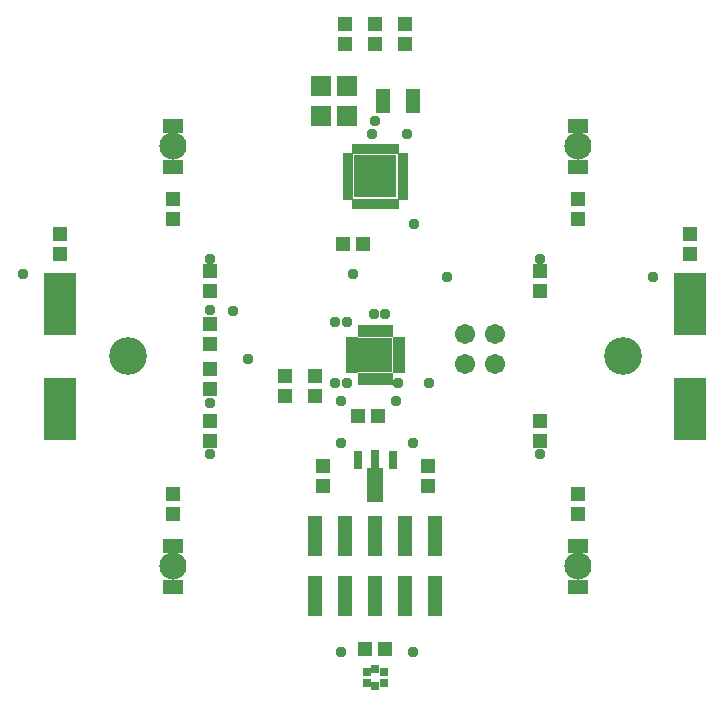
<source format=gbr>
G04 EAGLE Gerber X2 export*
%TF.Part,Single*%
%TF.FileFunction,Soldermask,Top,1*%
%TF.FilePolarity,Negative*%
%TF.GenerationSoftware,Autodesk,EAGLE,9.0.1*%
%TF.CreationDate,2018-05-23T18:29:57Z*%
G75*
%MOMM*%
%FSLAX34Y34*%
%LPD*%
%AMOC8*
5,1,8,0,0,1.08239X$1,22.5*%
G01*
%ADD10R,1.219200X3.505200*%
%ADD11R,0.683200X1.603200*%
%ADD12R,0.683200X1.728200*%
%ADD13R,1.403200X2.928200*%
%ADD14R,1.203200X1.303200*%
%ADD15C,3.203200*%
%ADD16R,1.303200X2.103200*%
%ADD17R,2.743200X5.283200*%
%ADD18R,1.303200X1.203200*%
%ADD19R,1.803200X1.303200*%
%ADD20C,2.303200*%
%ADD21R,0.653200X0.703200*%
%ADD22R,0.703200X0.653200*%
%ADD23R,0.508000X0.812800*%
%ADD24R,0.812800X0.508000*%
%ADD25R,3.657600X3.657600*%
%ADD26R,1.003200X0.503200*%
%ADD27R,0.503200X1.003200*%
%ADD28R,2.953200X2.953200*%
%ADD29R,1.703200X1.803200*%
%ADD30C,0.959600*%
%ADD31C,1.703200*%

G36*
X338273Y521977D02*
X338273Y521977D01*
X338275Y521976D01*
X338318Y521996D01*
X338362Y522014D01*
X338362Y522016D01*
X338364Y522017D01*
X338397Y522102D01*
X338397Y528198D01*
X338396Y528200D01*
X338397Y528202D01*
X338377Y528245D01*
X338359Y528289D01*
X338357Y528289D01*
X338356Y528291D01*
X338271Y528324D01*
X335223Y528324D01*
X335221Y528323D01*
X335219Y528324D01*
X335176Y528304D01*
X335132Y528286D01*
X335131Y528284D01*
X335129Y528283D01*
X335097Y528198D01*
X335097Y522102D01*
X335097Y522100D01*
X335097Y522098D01*
X335117Y522055D01*
X335135Y522011D01*
X335137Y522011D01*
X335138Y522009D01*
X335223Y521976D01*
X338271Y521976D01*
X338273Y521977D01*
G37*
G36*
X348275Y521977D02*
X348275Y521977D01*
X348277Y521976D01*
X348320Y521996D01*
X348364Y522014D01*
X348365Y522016D01*
X348367Y522017D01*
X348400Y522102D01*
X348400Y528198D01*
X348399Y528200D01*
X348400Y528202D01*
X348380Y528245D01*
X348361Y528289D01*
X348359Y528289D01*
X348358Y528291D01*
X348273Y528324D01*
X345225Y528324D01*
X345223Y528323D01*
X345221Y528324D01*
X345178Y528304D01*
X345135Y528286D01*
X345134Y528284D01*
X345132Y528283D01*
X345099Y528198D01*
X345099Y522102D01*
X345100Y522100D01*
X345099Y522098D01*
X345119Y522055D01*
X345138Y522011D01*
X345140Y522011D01*
X345140Y522009D01*
X345225Y521976D01*
X348273Y521976D01*
X348275Y521977D01*
G37*
G36*
X343274Y521977D02*
X343274Y521977D01*
X343276Y521976D01*
X343319Y521996D01*
X343363Y522014D01*
X343364Y522016D01*
X343366Y522017D01*
X343398Y522102D01*
X343398Y528198D01*
X343398Y528200D01*
X343398Y528202D01*
X343378Y528245D01*
X343360Y528289D01*
X343358Y528289D01*
X343357Y528291D01*
X343272Y528324D01*
X340224Y528324D01*
X340222Y528323D01*
X340220Y528324D01*
X340177Y528304D01*
X340133Y528286D01*
X340133Y528284D01*
X340131Y528283D01*
X340098Y528198D01*
X340098Y522102D01*
X340099Y522100D01*
X340098Y522098D01*
X340118Y522055D01*
X340136Y522011D01*
X340138Y522011D01*
X340139Y522009D01*
X340224Y521976D01*
X343272Y521976D01*
X343274Y521977D01*
G37*
G36*
X333272Y521977D02*
X333272Y521977D01*
X333274Y521976D01*
X333317Y521996D01*
X333360Y522014D01*
X333361Y522016D01*
X333363Y522017D01*
X333396Y522102D01*
X333396Y528198D01*
X333395Y528200D01*
X333396Y528202D01*
X333376Y528245D01*
X333357Y528289D01*
X333355Y528289D01*
X333355Y528291D01*
X333270Y528324D01*
X330222Y528324D01*
X330220Y528323D01*
X330218Y528324D01*
X330175Y528304D01*
X330131Y528286D01*
X330130Y528284D01*
X330128Y528283D01*
X330095Y528198D01*
X330095Y522102D01*
X330096Y522100D01*
X330095Y522098D01*
X330115Y522055D01*
X330134Y522011D01*
X330136Y522011D01*
X330137Y522009D01*
X330222Y521976D01*
X333270Y521976D01*
X333272Y521977D01*
G37*
G36*
X353277Y521977D02*
X353277Y521977D01*
X353279Y521976D01*
X353322Y521996D01*
X353365Y522014D01*
X353366Y522016D01*
X353368Y522017D01*
X353401Y522102D01*
X353401Y528198D01*
X353400Y528200D01*
X353401Y528202D01*
X353381Y528245D01*
X353362Y528289D01*
X353360Y528289D01*
X353360Y528291D01*
X353275Y528324D01*
X350227Y528324D01*
X350225Y528323D01*
X350223Y528324D01*
X350180Y528304D01*
X350136Y528286D01*
X350135Y528284D01*
X350133Y528283D01*
X350100Y528198D01*
X350100Y522102D01*
X350101Y522100D01*
X350100Y522098D01*
X350120Y522055D01*
X350139Y522011D01*
X350141Y522011D01*
X350142Y522009D01*
X350227Y521976D01*
X353275Y521976D01*
X353277Y521977D01*
G37*
G36*
X358278Y521977D02*
X358278Y521977D01*
X358280Y521976D01*
X358323Y521996D01*
X358367Y522014D01*
X358367Y522016D01*
X358369Y522017D01*
X358402Y522102D01*
X358402Y528198D01*
X358401Y528200D01*
X358402Y528202D01*
X358382Y528245D01*
X358364Y528289D01*
X358362Y528289D01*
X358361Y528291D01*
X358276Y528324D01*
X355228Y528324D01*
X355226Y528323D01*
X355224Y528324D01*
X355181Y528304D01*
X355137Y528286D01*
X355136Y528284D01*
X355134Y528283D01*
X355102Y528198D01*
X355102Y522102D01*
X355102Y522100D01*
X355102Y522098D01*
X355122Y522055D01*
X355140Y522011D01*
X355142Y522011D01*
X355143Y522009D01*
X355228Y521976D01*
X358276Y521976D01*
X358278Y521977D01*
G37*
G36*
X363279Y521977D02*
X363279Y521977D01*
X363281Y521976D01*
X363324Y521996D01*
X363368Y522014D01*
X363369Y522016D01*
X363371Y522017D01*
X363403Y522102D01*
X363403Y528198D01*
X363403Y528200D01*
X363403Y528202D01*
X363383Y528245D01*
X363365Y528289D01*
X363363Y528289D01*
X363362Y528291D01*
X363277Y528324D01*
X360229Y528324D01*
X360227Y528323D01*
X360225Y528324D01*
X360182Y528304D01*
X360138Y528286D01*
X360138Y528284D01*
X360136Y528283D01*
X360103Y528198D01*
X360103Y522102D01*
X360104Y522100D01*
X360103Y522098D01*
X360123Y522055D01*
X360141Y522011D01*
X360143Y522011D01*
X360144Y522009D01*
X360229Y521976D01*
X363277Y521976D01*
X363279Y521977D01*
G37*
G36*
X368280Y521977D02*
X368280Y521977D01*
X368282Y521976D01*
X368325Y521996D01*
X368369Y522014D01*
X368370Y522016D01*
X368372Y522017D01*
X368405Y522102D01*
X368405Y528198D01*
X368404Y528200D01*
X368405Y528202D01*
X368385Y528245D01*
X368366Y528289D01*
X368364Y528289D01*
X368363Y528291D01*
X368278Y528324D01*
X365230Y528324D01*
X365228Y528323D01*
X365226Y528324D01*
X365183Y528304D01*
X365140Y528286D01*
X365139Y528284D01*
X365137Y528283D01*
X365104Y528198D01*
X365104Y522102D01*
X365105Y522100D01*
X365104Y522098D01*
X365124Y522055D01*
X365143Y522011D01*
X365145Y522011D01*
X365146Y522009D01*
X365230Y521976D01*
X368278Y521976D01*
X368280Y521977D01*
G37*
G36*
X328800Y517505D02*
X328800Y517505D01*
X328802Y517504D01*
X328845Y517524D01*
X328889Y517543D01*
X328889Y517545D01*
X328891Y517546D01*
X328924Y517630D01*
X328924Y520678D01*
X328923Y520680D01*
X328924Y520682D01*
X328904Y520725D01*
X328886Y520769D01*
X328884Y520770D01*
X328883Y520772D01*
X328798Y520805D01*
X322702Y520805D01*
X322700Y520804D01*
X322698Y520805D01*
X322655Y520785D01*
X322611Y520766D01*
X322611Y520764D01*
X322609Y520763D01*
X322576Y520678D01*
X322576Y517630D01*
X322577Y517628D01*
X322576Y517626D01*
X322596Y517583D01*
X322614Y517540D01*
X322616Y517539D01*
X322617Y517537D01*
X322702Y517504D01*
X328798Y517504D01*
X328800Y517505D01*
G37*
G36*
X375800Y517505D02*
X375800Y517505D01*
X375802Y517504D01*
X375845Y517524D01*
X375889Y517543D01*
X375889Y517545D01*
X375891Y517546D01*
X375924Y517630D01*
X375924Y520678D01*
X375923Y520680D01*
X375924Y520682D01*
X375904Y520725D01*
X375886Y520769D01*
X375884Y520770D01*
X375883Y520772D01*
X375798Y520805D01*
X369702Y520805D01*
X369700Y520804D01*
X369698Y520805D01*
X369655Y520785D01*
X369611Y520766D01*
X369611Y520764D01*
X369609Y520763D01*
X369576Y520678D01*
X369576Y517630D01*
X369577Y517628D01*
X369576Y517626D01*
X369596Y517583D01*
X369614Y517540D01*
X369616Y517539D01*
X369617Y517537D01*
X369702Y517504D01*
X375798Y517504D01*
X375800Y517505D01*
G37*
G36*
X328800Y512504D02*
X328800Y512504D01*
X328802Y512503D01*
X328845Y512523D01*
X328889Y512541D01*
X328889Y512543D01*
X328891Y512544D01*
X328924Y512629D01*
X328924Y515677D01*
X328923Y515679D01*
X328924Y515681D01*
X328904Y515724D01*
X328886Y515768D01*
X328884Y515769D01*
X328883Y515771D01*
X328798Y515803D01*
X322702Y515803D01*
X322700Y515803D01*
X322698Y515803D01*
X322655Y515783D01*
X322611Y515765D01*
X322611Y515763D01*
X322609Y515762D01*
X322576Y515677D01*
X322576Y512629D01*
X322577Y512627D01*
X322576Y512625D01*
X322596Y512582D01*
X322614Y512538D01*
X322616Y512538D01*
X322617Y512536D01*
X322702Y512503D01*
X328798Y512503D01*
X328800Y512504D01*
G37*
G36*
X375800Y512504D02*
X375800Y512504D01*
X375802Y512503D01*
X375845Y512523D01*
X375889Y512541D01*
X375889Y512543D01*
X375891Y512544D01*
X375924Y512629D01*
X375924Y515677D01*
X375923Y515679D01*
X375924Y515681D01*
X375904Y515724D01*
X375886Y515768D01*
X375884Y515769D01*
X375883Y515771D01*
X375798Y515803D01*
X369702Y515803D01*
X369700Y515803D01*
X369698Y515803D01*
X369655Y515783D01*
X369611Y515765D01*
X369611Y515763D01*
X369609Y515762D01*
X369576Y515677D01*
X369576Y512629D01*
X369577Y512627D01*
X369576Y512625D01*
X369596Y512582D01*
X369614Y512538D01*
X369616Y512538D01*
X369617Y512536D01*
X369702Y512503D01*
X375798Y512503D01*
X375800Y512504D01*
G37*
G36*
X328800Y507502D02*
X328800Y507502D01*
X328802Y507502D01*
X328845Y507522D01*
X328889Y507540D01*
X328889Y507542D01*
X328891Y507543D01*
X328924Y507628D01*
X328924Y510676D01*
X328923Y510678D01*
X328924Y510680D01*
X328904Y510723D01*
X328886Y510767D01*
X328884Y510767D01*
X328883Y510769D01*
X328798Y510802D01*
X322702Y510802D01*
X322700Y510801D01*
X322698Y510802D01*
X322655Y510782D01*
X322611Y510764D01*
X322611Y510762D01*
X322609Y510761D01*
X322576Y510676D01*
X322576Y507628D01*
X322577Y507626D01*
X322576Y507624D01*
X322596Y507581D01*
X322614Y507537D01*
X322616Y507536D01*
X322617Y507534D01*
X322702Y507502D01*
X328798Y507502D01*
X328800Y507502D01*
G37*
G36*
X375800Y507502D02*
X375800Y507502D01*
X375802Y507502D01*
X375845Y507522D01*
X375889Y507540D01*
X375889Y507542D01*
X375891Y507543D01*
X375924Y507628D01*
X375924Y510676D01*
X375923Y510678D01*
X375924Y510680D01*
X375904Y510723D01*
X375886Y510767D01*
X375884Y510767D01*
X375883Y510769D01*
X375798Y510802D01*
X369702Y510802D01*
X369700Y510801D01*
X369698Y510802D01*
X369655Y510782D01*
X369611Y510764D01*
X369611Y510762D01*
X369609Y510761D01*
X369576Y510676D01*
X369576Y507628D01*
X369577Y507626D01*
X369576Y507624D01*
X369596Y507581D01*
X369614Y507537D01*
X369616Y507536D01*
X369617Y507534D01*
X369702Y507502D01*
X375798Y507502D01*
X375800Y507502D01*
G37*
G36*
X375800Y502501D02*
X375800Y502501D01*
X375802Y502500D01*
X375845Y502520D01*
X375889Y502539D01*
X375889Y502541D01*
X375891Y502542D01*
X375924Y502627D01*
X375924Y505675D01*
X375923Y505677D01*
X375924Y505679D01*
X375904Y505722D01*
X375886Y505765D01*
X375884Y505766D01*
X375883Y505768D01*
X375798Y505801D01*
X369702Y505801D01*
X369700Y505800D01*
X369698Y505801D01*
X369655Y505781D01*
X369611Y505762D01*
X369611Y505760D01*
X369609Y505760D01*
X369576Y505675D01*
X369576Y502627D01*
X369577Y502625D01*
X369576Y502623D01*
X369596Y502580D01*
X369614Y502536D01*
X369616Y502535D01*
X369617Y502533D01*
X369702Y502500D01*
X375798Y502500D01*
X375800Y502501D01*
G37*
G36*
X328800Y502501D02*
X328800Y502501D01*
X328802Y502500D01*
X328845Y502520D01*
X328889Y502539D01*
X328889Y502541D01*
X328891Y502542D01*
X328924Y502627D01*
X328924Y505675D01*
X328923Y505677D01*
X328924Y505679D01*
X328904Y505722D01*
X328886Y505765D01*
X328884Y505766D01*
X328883Y505768D01*
X328798Y505801D01*
X322702Y505801D01*
X322700Y505800D01*
X322698Y505801D01*
X322655Y505781D01*
X322611Y505762D01*
X322611Y505760D01*
X322609Y505760D01*
X322576Y505675D01*
X322576Y502627D01*
X322577Y502625D01*
X322576Y502623D01*
X322596Y502580D01*
X322614Y502536D01*
X322616Y502535D01*
X322617Y502533D01*
X322702Y502500D01*
X328798Y502500D01*
X328800Y502501D01*
G37*
G36*
X375800Y497500D02*
X375800Y497500D01*
X375802Y497499D01*
X375845Y497519D01*
X375889Y497538D01*
X375889Y497540D01*
X375891Y497540D01*
X375924Y497625D01*
X375924Y500673D01*
X375923Y500675D01*
X375924Y500677D01*
X375904Y500720D01*
X375886Y500764D01*
X375884Y500765D01*
X375883Y500767D01*
X375798Y500800D01*
X369702Y500800D01*
X369700Y500799D01*
X369698Y500800D01*
X369655Y500780D01*
X369611Y500761D01*
X369611Y500759D01*
X369609Y500758D01*
X369576Y500673D01*
X369576Y497625D01*
X369577Y497623D01*
X369576Y497621D01*
X369596Y497578D01*
X369614Y497535D01*
X369616Y497534D01*
X369617Y497532D01*
X369702Y497499D01*
X375798Y497499D01*
X375800Y497500D01*
G37*
G36*
X328800Y497500D02*
X328800Y497500D01*
X328802Y497499D01*
X328845Y497519D01*
X328889Y497538D01*
X328889Y497540D01*
X328891Y497540D01*
X328924Y497625D01*
X328924Y500673D01*
X328923Y500675D01*
X328924Y500677D01*
X328904Y500720D01*
X328886Y500764D01*
X328884Y500765D01*
X328883Y500767D01*
X328798Y500800D01*
X322702Y500800D01*
X322700Y500799D01*
X322698Y500800D01*
X322655Y500780D01*
X322611Y500761D01*
X322611Y500759D01*
X322609Y500758D01*
X322576Y500673D01*
X322576Y497625D01*
X322577Y497623D01*
X322576Y497621D01*
X322596Y497578D01*
X322614Y497535D01*
X322616Y497534D01*
X322617Y497532D01*
X322702Y497499D01*
X328798Y497499D01*
X328800Y497500D01*
G37*
G36*
X328800Y492499D02*
X328800Y492499D01*
X328802Y492498D01*
X328845Y492518D01*
X328889Y492536D01*
X328889Y492538D01*
X328891Y492539D01*
X328924Y492624D01*
X328924Y495672D01*
X328923Y495674D01*
X328924Y495676D01*
X328904Y495719D01*
X328886Y495763D01*
X328884Y495764D01*
X328883Y495766D01*
X328798Y495798D01*
X322702Y495798D01*
X322700Y495798D01*
X322698Y495798D01*
X322655Y495778D01*
X322611Y495760D01*
X322611Y495758D01*
X322609Y495757D01*
X322576Y495672D01*
X322576Y492624D01*
X322577Y492622D01*
X322576Y492620D01*
X322596Y492577D01*
X322614Y492533D01*
X322616Y492533D01*
X322617Y492531D01*
X322702Y492498D01*
X328798Y492498D01*
X328800Y492499D01*
G37*
G36*
X375800Y492499D02*
X375800Y492499D01*
X375802Y492498D01*
X375845Y492518D01*
X375889Y492536D01*
X375889Y492538D01*
X375891Y492539D01*
X375924Y492624D01*
X375924Y495672D01*
X375923Y495674D01*
X375924Y495676D01*
X375904Y495719D01*
X375886Y495763D01*
X375884Y495764D01*
X375883Y495766D01*
X375798Y495798D01*
X369702Y495798D01*
X369700Y495798D01*
X369698Y495798D01*
X369655Y495778D01*
X369611Y495760D01*
X369611Y495758D01*
X369609Y495757D01*
X369576Y495672D01*
X369576Y492624D01*
X369577Y492622D01*
X369576Y492620D01*
X369596Y492577D01*
X369614Y492533D01*
X369616Y492533D01*
X369617Y492531D01*
X369702Y492498D01*
X375798Y492498D01*
X375800Y492499D01*
G37*
G36*
X328800Y487497D02*
X328800Y487497D01*
X328802Y487497D01*
X328845Y487517D01*
X328889Y487535D01*
X328889Y487537D01*
X328891Y487538D01*
X328924Y487623D01*
X328924Y490671D01*
X328923Y490673D01*
X328924Y490675D01*
X328904Y490718D01*
X328886Y490762D01*
X328884Y490762D01*
X328883Y490764D01*
X328798Y490797D01*
X322702Y490797D01*
X322700Y490796D01*
X322698Y490797D01*
X322655Y490777D01*
X322611Y490759D01*
X322611Y490757D01*
X322609Y490756D01*
X322576Y490671D01*
X322576Y487623D01*
X322577Y487621D01*
X322576Y487619D01*
X322596Y487576D01*
X322614Y487532D01*
X322616Y487531D01*
X322617Y487529D01*
X322702Y487497D01*
X328798Y487497D01*
X328800Y487497D01*
G37*
G36*
X375800Y487497D02*
X375800Y487497D01*
X375802Y487497D01*
X375845Y487517D01*
X375889Y487535D01*
X375889Y487537D01*
X375891Y487538D01*
X375924Y487623D01*
X375924Y490671D01*
X375923Y490673D01*
X375924Y490675D01*
X375904Y490718D01*
X375886Y490762D01*
X375884Y490762D01*
X375883Y490764D01*
X375798Y490797D01*
X369702Y490797D01*
X369700Y490796D01*
X369698Y490797D01*
X369655Y490777D01*
X369611Y490759D01*
X369611Y490757D01*
X369609Y490756D01*
X369576Y490671D01*
X369576Y487623D01*
X369577Y487621D01*
X369576Y487619D01*
X369596Y487576D01*
X369614Y487532D01*
X369616Y487531D01*
X369617Y487529D01*
X369702Y487497D01*
X375798Y487497D01*
X375800Y487497D01*
G37*
G36*
X375800Y482496D02*
X375800Y482496D01*
X375802Y482495D01*
X375845Y482515D01*
X375889Y482534D01*
X375889Y482536D01*
X375891Y482537D01*
X375924Y482622D01*
X375924Y485670D01*
X375923Y485672D01*
X375924Y485674D01*
X375904Y485717D01*
X375886Y485760D01*
X375884Y485761D01*
X375883Y485763D01*
X375798Y485796D01*
X369702Y485796D01*
X369700Y485795D01*
X369698Y485796D01*
X369655Y485776D01*
X369611Y485757D01*
X369611Y485755D01*
X369609Y485755D01*
X369576Y485670D01*
X369576Y482622D01*
X369577Y482620D01*
X369576Y482618D01*
X369596Y482575D01*
X369614Y482531D01*
X369616Y482530D01*
X369617Y482528D01*
X369702Y482495D01*
X375798Y482495D01*
X375800Y482496D01*
G37*
G36*
X328800Y482496D02*
X328800Y482496D01*
X328802Y482495D01*
X328845Y482515D01*
X328889Y482534D01*
X328889Y482536D01*
X328891Y482537D01*
X328924Y482622D01*
X328924Y485670D01*
X328923Y485672D01*
X328924Y485674D01*
X328904Y485717D01*
X328886Y485760D01*
X328884Y485761D01*
X328883Y485763D01*
X328798Y485796D01*
X322702Y485796D01*
X322700Y485795D01*
X322698Y485796D01*
X322655Y485776D01*
X322611Y485757D01*
X322611Y485755D01*
X322609Y485755D01*
X322576Y485670D01*
X322576Y482622D01*
X322577Y482620D01*
X322576Y482618D01*
X322596Y482575D01*
X322614Y482531D01*
X322616Y482530D01*
X322617Y482528D01*
X322702Y482495D01*
X328798Y482495D01*
X328800Y482496D01*
G37*
G36*
X338273Y474977D02*
X338273Y474977D01*
X338275Y474976D01*
X338318Y474996D01*
X338362Y475014D01*
X338362Y475016D01*
X338364Y475017D01*
X338397Y475102D01*
X338397Y481198D01*
X338396Y481200D01*
X338397Y481202D01*
X338377Y481245D01*
X338359Y481289D01*
X338357Y481289D01*
X338356Y481291D01*
X338271Y481324D01*
X335223Y481324D01*
X335221Y481323D01*
X335219Y481324D01*
X335176Y481304D01*
X335132Y481286D01*
X335131Y481284D01*
X335129Y481283D01*
X335097Y481198D01*
X335097Y475102D01*
X335097Y475100D01*
X335097Y475098D01*
X335117Y475055D01*
X335135Y475011D01*
X335137Y475011D01*
X335138Y475009D01*
X335223Y474976D01*
X338271Y474976D01*
X338273Y474977D01*
G37*
G36*
X343274Y474977D02*
X343274Y474977D01*
X343276Y474976D01*
X343319Y474996D01*
X343363Y475014D01*
X343364Y475016D01*
X343366Y475017D01*
X343398Y475102D01*
X343398Y481198D01*
X343398Y481200D01*
X343398Y481202D01*
X343378Y481245D01*
X343360Y481289D01*
X343358Y481289D01*
X343357Y481291D01*
X343272Y481324D01*
X340224Y481324D01*
X340222Y481323D01*
X340220Y481324D01*
X340177Y481304D01*
X340133Y481286D01*
X340133Y481284D01*
X340131Y481283D01*
X340098Y481198D01*
X340098Y475102D01*
X340099Y475100D01*
X340098Y475098D01*
X340118Y475055D01*
X340136Y475011D01*
X340138Y475011D01*
X340139Y475009D01*
X340224Y474976D01*
X343272Y474976D01*
X343274Y474977D01*
G37*
G36*
X363279Y474977D02*
X363279Y474977D01*
X363281Y474976D01*
X363324Y474996D01*
X363368Y475014D01*
X363369Y475016D01*
X363371Y475017D01*
X363403Y475102D01*
X363403Y481198D01*
X363403Y481200D01*
X363403Y481202D01*
X363383Y481245D01*
X363365Y481289D01*
X363363Y481289D01*
X363362Y481291D01*
X363277Y481324D01*
X360229Y481324D01*
X360227Y481323D01*
X360225Y481324D01*
X360182Y481304D01*
X360138Y481286D01*
X360138Y481284D01*
X360136Y481283D01*
X360103Y481198D01*
X360103Y475102D01*
X360104Y475100D01*
X360103Y475098D01*
X360123Y475055D01*
X360141Y475011D01*
X360143Y475011D01*
X360144Y475009D01*
X360229Y474976D01*
X363277Y474976D01*
X363279Y474977D01*
G37*
G36*
X333272Y474977D02*
X333272Y474977D01*
X333274Y474976D01*
X333317Y474996D01*
X333360Y475014D01*
X333361Y475016D01*
X333363Y475017D01*
X333396Y475102D01*
X333396Y481198D01*
X333395Y481200D01*
X333396Y481202D01*
X333376Y481245D01*
X333357Y481289D01*
X333355Y481289D01*
X333355Y481291D01*
X333270Y481324D01*
X330222Y481324D01*
X330220Y481323D01*
X330218Y481324D01*
X330175Y481304D01*
X330131Y481286D01*
X330130Y481284D01*
X330128Y481283D01*
X330095Y481198D01*
X330095Y475102D01*
X330096Y475100D01*
X330095Y475098D01*
X330115Y475055D01*
X330134Y475011D01*
X330136Y475011D01*
X330137Y475009D01*
X330222Y474976D01*
X333270Y474976D01*
X333272Y474977D01*
G37*
G36*
X353277Y474977D02*
X353277Y474977D01*
X353279Y474976D01*
X353322Y474996D01*
X353365Y475014D01*
X353366Y475016D01*
X353368Y475017D01*
X353401Y475102D01*
X353401Y481198D01*
X353400Y481200D01*
X353401Y481202D01*
X353381Y481245D01*
X353362Y481289D01*
X353360Y481289D01*
X353360Y481291D01*
X353275Y481324D01*
X350227Y481324D01*
X350225Y481323D01*
X350223Y481324D01*
X350180Y481304D01*
X350136Y481286D01*
X350135Y481284D01*
X350133Y481283D01*
X350100Y481198D01*
X350100Y475102D01*
X350101Y475100D01*
X350100Y475098D01*
X350120Y475055D01*
X350139Y475011D01*
X350141Y475011D01*
X350142Y475009D01*
X350227Y474976D01*
X353275Y474976D01*
X353277Y474977D01*
G37*
G36*
X348275Y474977D02*
X348275Y474977D01*
X348277Y474976D01*
X348320Y474996D01*
X348364Y475014D01*
X348365Y475016D01*
X348367Y475017D01*
X348400Y475102D01*
X348400Y481198D01*
X348399Y481200D01*
X348400Y481202D01*
X348380Y481245D01*
X348361Y481289D01*
X348359Y481289D01*
X348358Y481291D01*
X348273Y481324D01*
X345225Y481324D01*
X345223Y481323D01*
X345221Y481324D01*
X345178Y481304D01*
X345135Y481286D01*
X345134Y481284D01*
X345132Y481283D01*
X345099Y481198D01*
X345099Y475102D01*
X345100Y475100D01*
X345099Y475098D01*
X345119Y475055D01*
X345138Y475011D01*
X345140Y475011D01*
X345140Y475009D01*
X345225Y474976D01*
X348273Y474976D01*
X348275Y474977D01*
G37*
G36*
X368280Y474977D02*
X368280Y474977D01*
X368282Y474976D01*
X368325Y474996D01*
X368369Y475014D01*
X368370Y475016D01*
X368372Y475017D01*
X368405Y475102D01*
X368405Y481198D01*
X368404Y481200D01*
X368405Y481202D01*
X368385Y481245D01*
X368366Y481289D01*
X368364Y481289D01*
X368363Y481291D01*
X368278Y481324D01*
X365230Y481324D01*
X365228Y481323D01*
X365226Y481324D01*
X365183Y481304D01*
X365140Y481286D01*
X365139Y481284D01*
X365137Y481283D01*
X365104Y481198D01*
X365104Y475102D01*
X365105Y475100D01*
X365104Y475098D01*
X365124Y475055D01*
X365143Y475011D01*
X365145Y475011D01*
X365146Y475009D01*
X365230Y474976D01*
X368278Y474976D01*
X368280Y474977D01*
G37*
G36*
X358278Y474977D02*
X358278Y474977D01*
X358280Y474976D01*
X358323Y474996D01*
X358367Y475014D01*
X358367Y475016D01*
X358369Y475017D01*
X358402Y475102D01*
X358402Y481198D01*
X358401Y481200D01*
X358402Y481202D01*
X358382Y481245D01*
X358364Y481289D01*
X358362Y481289D01*
X358361Y481291D01*
X358276Y481324D01*
X355228Y481324D01*
X355226Y481323D01*
X355224Y481324D01*
X355181Y481304D01*
X355137Y481286D01*
X355136Y481284D01*
X355134Y481283D01*
X355102Y481198D01*
X355102Y475102D01*
X355102Y475100D01*
X355102Y475098D01*
X355122Y475055D01*
X355140Y475011D01*
X355142Y475011D01*
X355143Y475009D01*
X355228Y474976D01*
X358276Y474976D01*
X358278Y474977D01*
G37*
D10*
X298450Y146050D03*
X298450Y196850D03*
X323850Y146050D03*
X323850Y196850D03*
X349250Y146050D03*
X349250Y196850D03*
X374650Y146050D03*
X374650Y196850D03*
X400050Y146050D03*
X400050Y196850D03*
D11*
X364250Y261900D03*
D12*
X349250Y261275D03*
D11*
X334250Y261900D03*
D13*
X349250Y240050D03*
D14*
X393700Y256150D03*
X393700Y239150D03*
X304800Y256150D03*
X304800Y239150D03*
D15*
X558800Y349250D03*
X139700Y349250D03*
D16*
X380800Y565150D03*
X355800Y565150D03*
D14*
X349250Y630800D03*
X349250Y613800D03*
X323850Y630800D03*
X323850Y613800D03*
X615950Y436000D03*
X615950Y453000D03*
D17*
X615950Y393700D03*
X82550Y304800D03*
D18*
X177800Y465600D03*
X177800Y482600D03*
X520700Y465600D03*
X520700Y482600D03*
X177800Y232900D03*
X177800Y215900D03*
X520700Y232900D03*
X520700Y215900D03*
D19*
X520700Y544050D03*
X520700Y510050D03*
D20*
X520700Y527050D03*
D19*
X177800Y544050D03*
X177800Y510050D03*
D20*
X177800Y527050D03*
D19*
X520700Y154450D03*
X520700Y188450D03*
D20*
X520700Y171450D03*
D19*
X177800Y154450D03*
X177800Y188450D03*
D20*
X177800Y171450D03*
D18*
X488950Y277250D03*
X488950Y294250D03*
X209550Y421250D03*
X209550Y404250D03*
X488950Y421250D03*
X488950Y404250D03*
X209550Y277250D03*
X209550Y294250D03*
X209550Y376800D03*
X209550Y359800D03*
X209550Y321700D03*
X209550Y338700D03*
D17*
X82550Y393700D03*
X615950Y304800D03*
D18*
X82550Y453000D03*
X82550Y436000D03*
D21*
X341750Y82470D03*
X341750Y72470D03*
D22*
X349250Y69970D03*
D21*
X356750Y72470D03*
X356750Y82470D03*
D22*
X349250Y84970D03*
D18*
X357750Y101600D03*
X340750Y101600D03*
D23*
X366754Y525150D03*
X361753Y525150D03*
X356752Y525150D03*
X351751Y525150D03*
X346749Y525150D03*
X341748Y525150D03*
X336747Y525150D03*
X331746Y525150D03*
D24*
X325750Y519154D03*
X325750Y514153D03*
X325750Y509152D03*
X325750Y504151D03*
X325750Y499149D03*
X325750Y494148D03*
X325750Y489147D03*
X325750Y484146D03*
D23*
X331746Y478150D03*
X336747Y478150D03*
X341748Y478150D03*
X346749Y478150D03*
X351751Y478150D03*
X356752Y478150D03*
X361753Y478150D03*
X366754Y478150D03*
D24*
X372750Y484146D03*
X372750Y489147D03*
X372750Y494148D03*
X372750Y499149D03*
X372750Y504151D03*
X372750Y509152D03*
X372750Y514153D03*
X372750Y519154D03*
D25*
X349250Y501650D03*
D26*
X329250Y363020D03*
X329250Y358020D03*
X329250Y353020D03*
X329250Y348020D03*
X329250Y343020D03*
X329250Y338020D03*
D27*
X336750Y330520D03*
X341750Y330520D03*
X346750Y330520D03*
X351750Y330520D03*
X356750Y330520D03*
X361750Y330520D03*
D26*
X369250Y338020D03*
X369250Y343020D03*
X369250Y348020D03*
X369250Y353020D03*
X369250Y358020D03*
X369250Y363020D03*
D27*
X361750Y370520D03*
X356750Y370520D03*
X351750Y370520D03*
X346750Y370520D03*
X341750Y370520D03*
X336750Y370520D03*
D28*
X349250Y350520D03*
D18*
X351400Y298450D03*
X334400Y298450D03*
D14*
X374650Y613800D03*
X374650Y630800D03*
D18*
X321700Y444500D03*
X338700Y444500D03*
D14*
X273050Y332350D03*
X273050Y315350D03*
X298450Y332350D03*
X298450Y315350D03*
D29*
X303150Y577850D03*
X303150Y552450D03*
X325150Y552450D03*
X325150Y577850D03*
D30*
X314960Y378460D03*
X314960Y326390D03*
X368300Y326390D03*
D31*
X450850Y342900D03*
D30*
X394970Y326390D03*
X346710Y537210D03*
X375920Y537210D03*
X325120Y378460D03*
X325120Y326390D03*
X330200Y419100D03*
X50800Y419100D03*
D31*
X425450Y342900D03*
D30*
X349250Y548640D03*
X584200Y416560D03*
X410210Y416560D03*
X382270Y461010D03*
X209550Y388620D03*
X488950Y431800D03*
X209550Y431800D03*
X209550Y266700D03*
X241300Y346710D03*
X228600Y387350D03*
X209550Y309880D03*
X488950Y266700D03*
X347980Y384810D03*
X320040Y311150D03*
X320040Y275590D03*
X320040Y99060D03*
X357068Y384810D03*
X367030Y311150D03*
X381000Y275590D03*
X381000Y99060D03*
D31*
X425450Y368300D03*
X450850Y368300D03*
M02*

</source>
